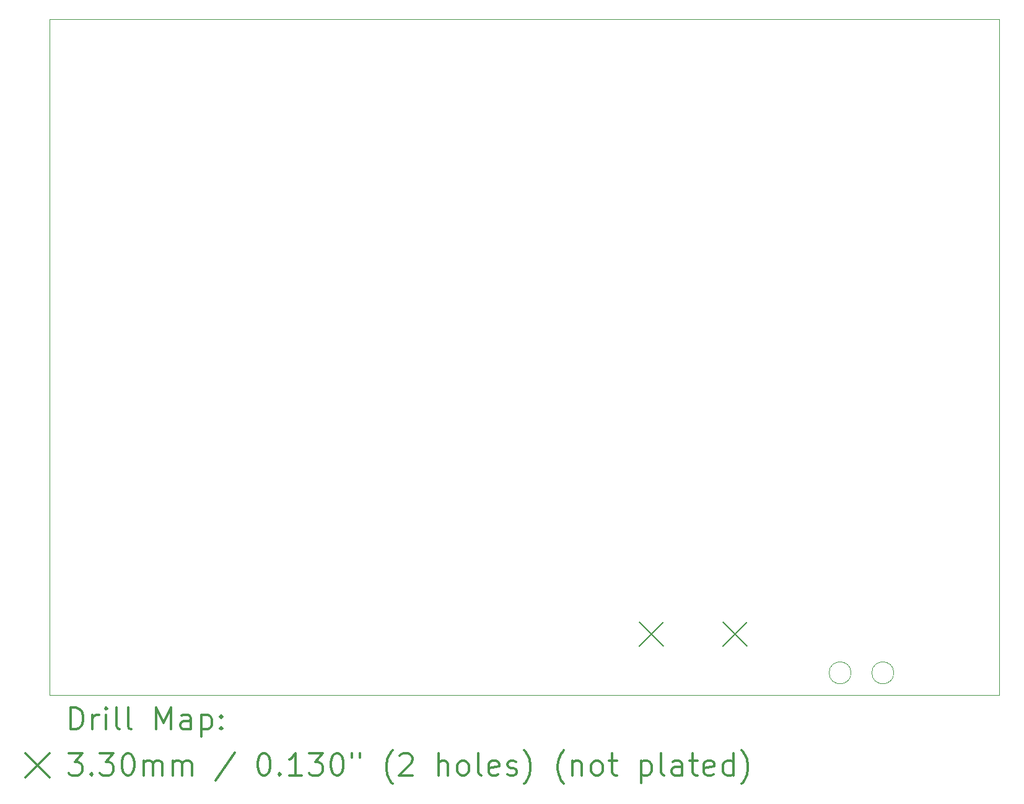
<source format=gbr>
%FSLAX45Y45*%
G04 Gerber Fmt 4.5, Leading zero omitted, Abs format (unit mm)*
G04 Created by KiCad (PCBNEW (5.1.6)-1) date 2022-03-27 18:45:04*
%MOMM*%
%LPD*%
G01*
G04 APERTURE LIST*
%TA.AperFunction,Profile*%
%ADD10C,0.050000*%
%TD*%
%ADD11C,0.200000*%
%ADD12C,0.300000*%
G04 APERTURE END LIST*
D10*
X25346800Y-15798800D02*
G75*
G03*
X25346800Y-15798800I-150000J0D01*
G01*
X24762600Y-15798800D02*
G75*
G03*
X24762600Y-15798800I-150000J0D01*
G01*
X13811250Y-16103600D02*
X13811250Y-6858000D01*
X26790650Y-16103600D02*
X13811250Y-16103600D01*
X26790650Y-6858000D02*
X26790650Y-16103600D01*
X13811250Y-6858000D02*
X26790650Y-6858000D01*
D11*
X21869400Y-15100400D02*
X22199400Y-15430400D01*
X22199400Y-15100400D02*
X21869400Y-15430400D01*
X23012600Y-15100400D02*
X23342600Y-15430400D01*
X23342600Y-15100400D02*
X23012600Y-15430400D01*
D12*
X14095178Y-16571814D02*
X14095178Y-16271814D01*
X14166607Y-16271814D01*
X14209464Y-16286100D01*
X14238036Y-16314671D01*
X14252321Y-16343243D01*
X14266607Y-16400386D01*
X14266607Y-16443243D01*
X14252321Y-16500386D01*
X14238036Y-16528957D01*
X14209464Y-16557529D01*
X14166607Y-16571814D01*
X14095178Y-16571814D01*
X14395178Y-16571814D02*
X14395178Y-16371814D01*
X14395178Y-16428957D02*
X14409464Y-16400386D01*
X14423750Y-16386100D01*
X14452321Y-16371814D01*
X14480893Y-16371814D01*
X14580893Y-16571814D02*
X14580893Y-16371814D01*
X14580893Y-16271814D02*
X14566607Y-16286100D01*
X14580893Y-16300386D01*
X14595178Y-16286100D01*
X14580893Y-16271814D01*
X14580893Y-16300386D01*
X14766607Y-16571814D02*
X14738036Y-16557529D01*
X14723750Y-16528957D01*
X14723750Y-16271814D01*
X14923750Y-16571814D02*
X14895178Y-16557529D01*
X14880893Y-16528957D01*
X14880893Y-16271814D01*
X15266607Y-16571814D02*
X15266607Y-16271814D01*
X15366607Y-16486100D01*
X15466607Y-16271814D01*
X15466607Y-16571814D01*
X15738036Y-16571814D02*
X15738036Y-16414671D01*
X15723750Y-16386100D01*
X15695178Y-16371814D01*
X15638036Y-16371814D01*
X15609464Y-16386100D01*
X15738036Y-16557529D02*
X15709464Y-16571814D01*
X15638036Y-16571814D01*
X15609464Y-16557529D01*
X15595178Y-16528957D01*
X15595178Y-16500386D01*
X15609464Y-16471814D01*
X15638036Y-16457529D01*
X15709464Y-16457529D01*
X15738036Y-16443243D01*
X15880893Y-16371814D02*
X15880893Y-16671814D01*
X15880893Y-16386100D02*
X15909464Y-16371814D01*
X15966607Y-16371814D01*
X15995178Y-16386100D01*
X16009464Y-16400386D01*
X16023750Y-16428957D01*
X16023750Y-16514671D01*
X16009464Y-16543243D01*
X15995178Y-16557529D01*
X15966607Y-16571814D01*
X15909464Y-16571814D01*
X15880893Y-16557529D01*
X16152321Y-16543243D02*
X16166607Y-16557529D01*
X16152321Y-16571814D01*
X16138036Y-16557529D01*
X16152321Y-16543243D01*
X16152321Y-16571814D01*
X16152321Y-16386100D02*
X16166607Y-16400386D01*
X16152321Y-16414671D01*
X16138036Y-16400386D01*
X16152321Y-16386100D01*
X16152321Y-16414671D01*
X13478750Y-16901100D02*
X13808750Y-17231100D01*
X13808750Y-16901100D02*
X13478750Y-17231100D01*
X14066607Y-16901814D02*
X14252321Y-16901814D01*
X14152321Y-17016100D01*
X14195178Y-17016100D01*
X14223750Y-17030386D01*
X14238036Y-17044672D01*
X14252321Y-17073243D01*
X14252321Y-17144672D01*
X14238036Y-17173243D01*
X14223750Y-17187529D01*
X14195178Y-17201814D01*
X14109464Y-17201814D01*
X14080893Y-17187529D01*
X14066607Y-17173243D01*
X14380893Y-17173243D02*
X14395178Y-17187529D01*
X14380893Y-17201814D01*
X14366607Y-17187529D01*
X14380893Y-17173243D01*
X14380893Y-17201814D01*
X14495178Y-16901814D02*
X14680893Y-16901814D01*
X14580893Y-17016100D01*
X14623750Y-17016100D01*
X14652321Y-17030386D01*
X14666607Y-17044672D01*
X14680893Y-17073243D01*
X14680893Y-17144672D01*
X14666607Y-17173243D01*
X14652321Y-17187529D01*
X14623750Y-17201814D01*
X14538036Y-17201814D01*
X14509464Y-17187529D01*
X14495178Y-17173243D01*
X14866607Y-16901814D02*
X14895178Y-16901814D01*
X14923750Y-16916100D01*
X14938036Y-16930386D01*
X14952321Y-16958957D01*
X14966607Y-17016100D01*
X14966607Y-17087529D01*
X14952321Y-17144672D01*
X14938036Y-17173243D01*
X14923750Y-17187529D01*
X14895178Y-17201814D01*
X14866607Y-17201814D01*
X14838036Y-17187529D01*
X14823750Y-17173243D01*
X14809464Y-17144672D01*
X14795178Y-17087529D01*
X14795178Y-17016100D01*
X14809464Y-16958957D01*
X14823750Y-16930386D01*
X14838036Y-16916100D01*
X14866607Y-16901814D01*
X15095178Y-17201814D02*
X15095178Y-17001814D01*
X15095178Y-17030386D02*
X15109464Y-17016100D01*
X15138036Y-17001814D01*
X15180893Y-17001814D01*
X15209464Y-17016100D01*
X15223750Y-17044672D01*
X15223750Y-17201814D01*
X15223750Y-17044672D02*
X15238036Y-17016100D01*
X15266607Y-17001814D01*
X15309464Y-17001814D01*
X15338036Y-17016100D01*
X15352321Y-17044672D01*
X15352321Y-17201814D01*
X15495178Y-17201814D02*
X15495178Y-17001814D01*
X15495178Y-17030386D02*
X15509464Y-17016100D01*
X15538036Y-17001814D01*
X15580893Y-17001814D01*
X15609464Y-17016100D01*
X15623750Y-17044672D01*
X15623750Y-17201814D01*
X15623750Y-17044672D02*
X15638036Y-17016100D01*
X15666607Y-17001814D01*
X15709464Y-17001814D01*
X15738036Y-17016100D01*
X15752321Y-17044672D01*
X15752321Y-17201814D01*
X16338036Y-16887529D02*
X16080893Y-17273243D01*
X16723750Y-16901814D02*
X16752321Y-16901814D01*
X16780893Y-16916100D01*
X16795178Y-16930386D01*
X16809464Y-16958957D01*
X16823750Y-17016100D01*
X16823750Y-17087529D01*
X16809464Y-17144672D01*
X16795178Y-17173243D01*
X16780893Y-17187529D01*
X16752321Y-17201814D01*
X16723750Y-17201814D01*
X16695178Y-17187529D01*
X16680893Y-17173243D01*
X16666607Y-17144672D01*
X16652321Y-17087529D01*
X16652321Y-17016100D01*
X16666607Y-16958957D01*
X16680893Y-16930386D01*
X16695178Y-16916100D01*
X16723750Y-16901814D01*
X16952321Y-17173243D02*
X16966607Y-17187529D01*
X16952321Y-17201814D01*
X16938036Y-17187529D01*
X16952321Y-17173243D01*
X16952321Y-17201814D01*
X17252321Y-17201814D02*
X17080893Y-17201814D01*
X17166607Y-17201814D02*
X17166607Y-16901814D01*
X17138036Y-16944672D01*
X17109464Y-16973243D01*
X17080893Y-16987529D01*
X17352321Y-16901814D02*
X17538036Y-16901814D01*
X17438036Y-17016100D01*
X17480893Y-17016100D01*
X17509464Y-17030386D01*
X17523750Y-17044672D01*
X17538036Y-17073243D01*
X17538036Y-17144672D01*
X17523750Y-17173243D01*
X17509464Y-17187529D01*
X17480893Y-17201814D01*
X17395178Y-17201814D01*
X17366607Y-17187529D01*
X17352321Y-17173243D01*
X17723750Y-16901814D02*
X17752321Y-16901814D01*
X17780893Y-16916100D01*
X17795178Y-16930386D01*
X17809464Y-16958957D01*
X17823750Y-17016100D01*
X17823750Y-17087529D01*
X17809464Y-17144672D01*
X17795178Y-17173243D01*
X17780893Y-17187529D01*
X17752321Y-17201814D01*
X17723750Y-17201814D01*
X17695178Y-17187529D01*
X17680893Y-17173243D01*
X17666607Y-17144672D01*
X17652321Y-17087529D01*
X17652321Y-17016100D01*
X17666607Y-16958957D01*
X17680893Y-16930386D01*
X17695178Y-16916100D01*
X17723750Y-16901814D01*
X17938036Y-16901814D02*
X17938036Y-16958957D01*
X18052321Y-16901814D02*
X18052321Y-16958957D01*
X18495178Y-17316100D02*
X18480893Y-17301814D01*
X18452321Y-17258957D01*
X18438036Y-17230386D01*
X18423750Y-17187529D01*
X18409464Y-17116100D01*
X18409464Y-17058957D01*
X18423750Y-16987529D01*
X18438036Y-16944672D01*
X18452321Y-16916100D01*
X18480893Y-16873243D01*
X18495178Y-16858957D01*
X18595178Y-16930386D02*
X18609464Y-16916100D01*
X18638036Y-16901814D01*
X18709464Y-16901814D01*
X18738036Y-16916100D01*
X18752321Y-16930386D01*
X18766607Y-16958957D01*
X18766607Y-16987529D01*
X18752321Y-17030386D01*
X18580893Y-17201814D01*
X18766607Y-17201814D01*
X19123750Y-17201814D02*
X19123750Y-16901814D01*
X19252321Y-17201814D02*
X19252321Y-17044672D01*
X19238036Y-17016100D01*
X19209464Y-17001814D01*
X19166607Y-17001814D01*
X19138036Y-17016100D01*
X19123750Y-17030386D01*
X19438036Y-17201814D02*
X19409464Y-17187529D01*
X19395178Y-17173243D01*
X19380893Y-17144672D01*
X19380893Y-17058957D01*
X19395178Y-17030386D01*
X19409464Y-17016100D01*
X19438036Y-17001814D01*
X19480893Y-17001814D01*
X19509464Y-17016100D01*
X19523750Y-17030386D01*
X19538036Y-17058957D01*
X19538036Y-17144672D01*
X19523750Y-17173243D01*
X19509464Y-17187529D01*
X19480893Y-17201814D01*
X19438036Y-17201814D01*
X19709464Y-17201814D02*
X19680893Y-17187529D01*
X19666607Y-17158957D01*
X19666607Y-16901814D01*
X19938036Y-17187529D02*
X19909464Y-17201814D01*
X19852321Y-17201814D01*
X19823750Y-17187529D01*
X19809464Y-17158957D01*
X19809464Y-17044672D01*
X19823750Y-17016100D01*
X19852321Y-17001814D01*
X19909464Y-17001814D01*
X19938036Y-17016100D01*
X19952321Y-17044672D01*
X19952321Y-17073243D01*
X19809464Y-17101814D01*
X20066607Y-17187529D02*
X20095178Y-17201814D01*
X20152321Y-17201814D01*
X20180893Y-17187529D01*
X20195178Y-17158957D01*
X20195178Y-17144672D01*
X20180893Y-17116100D01*
X20152321Y-17101814D01*
X20109464Y-17101814D01*
X20080893Y-17087529D01*
X20066607Y-17058957D01*
X20066607Y-17044672D01*
X20080893Y-17016100D01*
X20109464Y-17001814D01*
X20152321Y-17001814D01*
X20180893Y-17016100D01*
X20295178Y-17316100D02*
X20309464Y-17301814D01*
X20338036Y-17258957D01*
X20352321Y-17230386D01*
X20366607Y-17187529D01*
X20380893Y-17116100D01*
X20380893Y-17058957D01*
X20366607Y-16987529D01*
X20352321Y-16944672D01*
X20338036Y-16916100D01*
X20309464Y-16873243D01*
X20295178Y-16858957D01*
X20838036Y-17316100D02*
X20823750Y-17301814D01*
X20795178Y-17258957D01*
X20780893Y-17230386D01*
X20766607Y-17187529D01*
X20752321Y-17116100D01*
X20752321Y-17058957D01*
X20766607Y-16987529D01*
X20780893Y-16944672D01*
X20795178Y-16916100D01*
X20823750Y-16873243D01*
X20838036Y-16858957D01*
X20952321Y-17001814D02*
X20952321Y-17201814D01*
X20952321Y-17030386D02*
X20966607Y-17016100D01*
X20995178Y-17001814D01*
X21038036Y-17001814D01*
X21066607Y-17016100D01*
X21080893Y-17044672D01*
X21080893Y-17201814D01*
X21266607Y-17201814D02*
X21238036Y-17187529D01*
X21223750Y-17173243D01*
X21209464Y-17144672D01*
X21209464Y-17058957D01*
X21223750Y-17030386D01*
X21238036Y-17016100D01*
X21266607Y-17001814D01*
X21309464Y-17001814D01*
X21338036Y-17016100D01*
X21352321Y-17030386D01*
X21366607Y-17058957D01*
X21366607Y-17144672D01*
X21352321Y-17173243D01*
X21338036Y-17187529D01*
X21309464Y-17201814D01*
X21266607Y-17201814D01*
X21452321Y-17001814D02*
X21566607Y-17001814D01*
X21495178Y-16901814D02*
X21495178Y-17158957D01*
X21509464Y-17187529D01*
X21538036Y-17201814D01*
X21566607Y-17201814D01*
X21895178Y-17001814D02*
X21895178Y-17301814D01*
X21895178Y-17016100D02*
X21923750Y-17001814D01*
X21980893Y-17001814D01*
X22009464Y-17016100D01*
X22023750Y-17030386D01*
X22038036Y-17058957D01*
X22038036Y-17144672D01*
X22023750Y-17173243D01*
X22009464Y-17187529D01*
X21980893Y-17201814D01*
X21923750Y-17201814D01*
X21895178Y-17187529D01*
X22209464Y-17201814D02*
X22180893Y-17187529D01*
X22166607Y-17158957D01*
X22166607Y-16901814D01*
X22452321Y-17201814D02*
X22452321Y-17044672D01*
X22438036Y-17016100D01*
X22409464Y-17001814D01*
X22352321Y-17001814D01*
X22323750Y-17016100D01*
X22452321Y-17187529D02*
X22423750Y-17201814D01*
X22352321Y-17201814D01*
X22323750Y-17187529D01*
X22309464Y-17158957D01*
X22309464Y-17130386D01*
X22323750Y-17101814D01*
X22352321Y-17087529D01*
X22423750Y-17087529D01*
X22452321Y-17073243D01*
X22552321Y-17001814D02*
X22666607Y-17001814D01*
X22595178Y-16901814D02*
X22595178Y-17158957D01*
X22609464Y-17187529D01*
X22638036Y-17201814D01*
X22666607Y-17201814D01*
X22880893Y-17187529D02*
X22852321Y-17201814D01*
X22795178Y-17201814D01*
X22766607Y-17187529D01*
X22752321Y-17158957D01*
X22752321Y-17044672D01*
X22766607Y-17016100D01*
X22795178Y-17001814D01*
X22852321Y-17001814D01*
X22880893Y-17016100D01*
X22895178Y-17044672D01*
X22895178Y-17073243D01*
X22752321Y-17101814D01*
X23152321Y-17201814D02*
X23152321Y-16901814D01*
X23152321Y-17187529D02*
X23123750Y-17201814D01*
X23066607Y-17201814D01*
X23038036Y-17187529D01*
X23023750Y-17173243D01*
X23009464Y-17144672D01*
X23009464Y-17058957D01*
X23023750Y-17030386D01*
X23038036Y-17016100D01*
X23066607Y-17001814D01*
X23123750Y-17001814D01*
X23152321Y-17016100D01*
X23266607Y-17316100D02*
X23280893Y-17301814D01*
X23309464Y-17258957D01*
X23323750Y-17230386D01*
X23338036Y-17187529D01*
X23352321Y-17116100D01*
X23352321Y-17058957D01*
X23338036Y-16987529D01*
X23323750Y-16944672D01*
X23309464Y-16916100D01*
X23280893Y-16873243D01*
X23266607Y-16858957D01*
M02*

</source>
